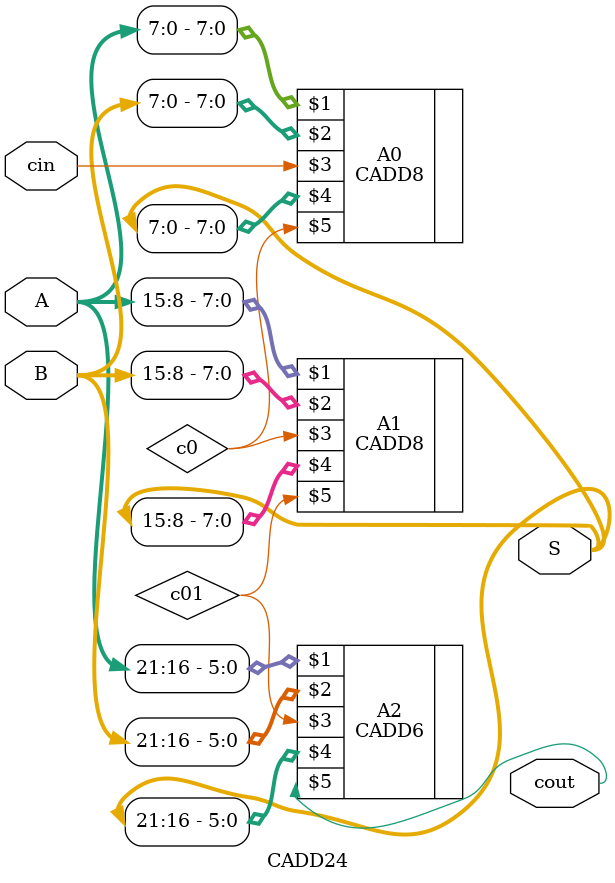
<source format=v>
module CADD24 (A,B,cin,S,cout);

input [21:0] A,B;
input cin;
output [21:0] S;
output cout;
wire c0,c01;

CADD8 A0 (A[7:0],B[7:0],cin,S[7:0],c0);
CADD8 A1 (A[15:8],B[15:8],c0,S[15:8],c01);
CADD6 A2 (A[21:16],B[21:16],c01,S[21:16],cout);

endmodule 
</source>
